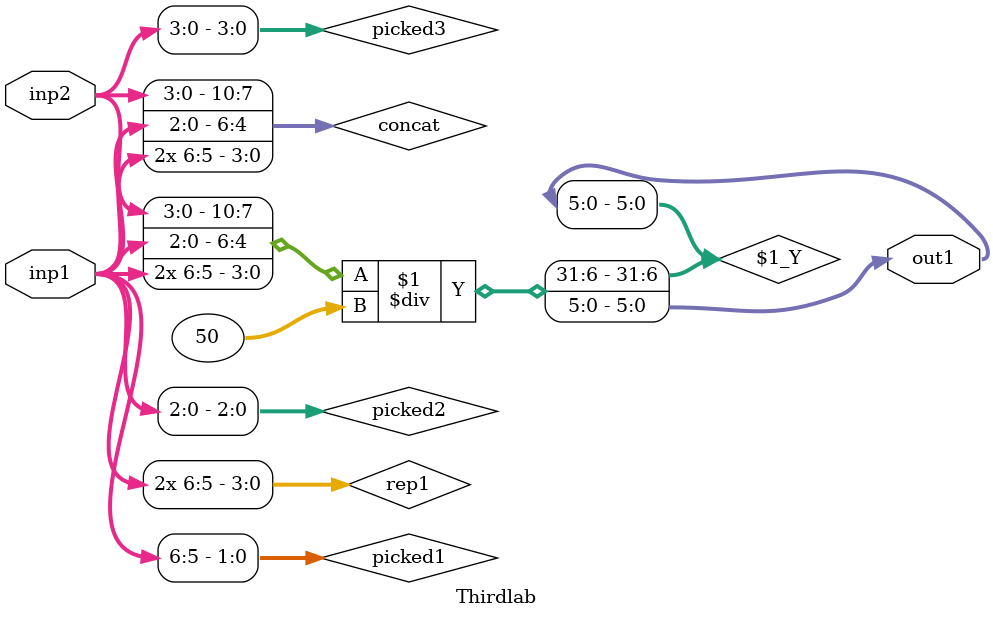
<source format=v>
`timescale 1ns / 1ps


module Thirdlab(inp1,inp2,out1);
input [7:0]inp1;
input [7:0]inp2;
output [5:0]out1;

wire [1:0]picked1;
wire [3:0]rep1;
wire [2:0]picked2;
wire [3:0]picked3;
wire [10:0]concat;

assign picked1=inp1[6:5];
assign rep1={2{picked1}};
assign picked2= inp1[3:0];
assign picked3= inp2[3:0];
assign concat={picked3,picked2,rep1};
assign out1=concat/ 'b110010;

endmodule

</source>
